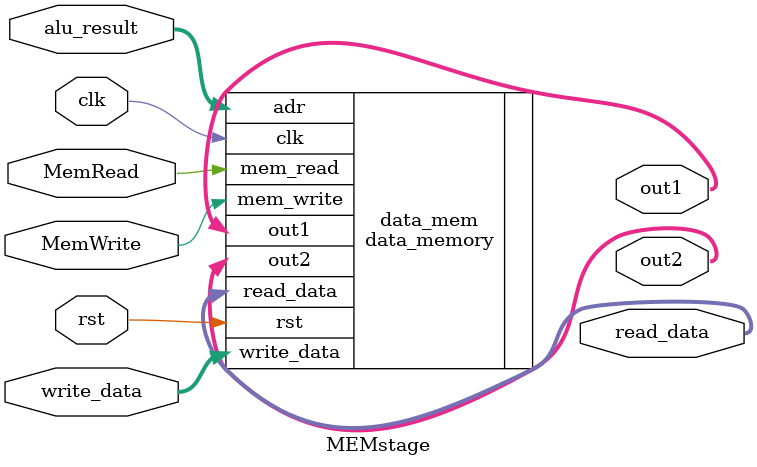
<source format=v>
module MEMstage (
    clk,
    rst, 
    MemRead,
    MemWrite,
    alu_result,
    out1,out2,
    write_data,
    read_data
);
    input wire clk, rst, MemRead, MemWrite; 
    input wire      [31:0]      alu_result,write_data; 
    output wire     [31:0]       out1,out2,read_data; 
    
    data_memory data_mem(.clk(clk),.rst(rst),.mem_read(MemRead),.mem_write(MemWrite),.adr(alu_result),
                        .write_data(write_data),.read_data(read_data),.out1(out1),.out2(out2)); 

endmodule

</source>
